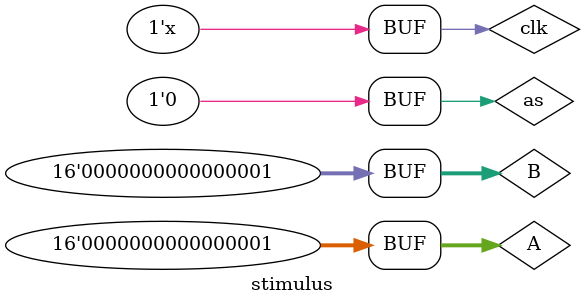
<source format=v>
module stimulus;
   reg [15:0] A, B;
   reg 	     as;
   
   wire [15:0] sum;
   wire       cout;
   reg       clk;
   
   hierarchial_cla adder(sum, cout, A, B, as, clk);
   
   initial
     begin
	$monitor($time, "A = %d, B = %d, as = %b, -> %b, sum = %d %b\n", A, B, as, cout, sum, sum);
     end

   initial
     begin
	clk = 0;
	
	A = 16'd0;
	B = 16'd0;
	as = 0;
	
	#2 A = 16'd16;
	B = 16'd3;

	#4 A = 16'd32768;
	B = 16'd32768;
	as = 1;
	
	#4 A = 16'd33000;
	B = 16'd18000;

	#4 A = 16'd60000;
	B = 16'd33000;

	#4 A = 16'd1200;
	B = 16'd03;
	
	#4 A = 16'd99;
	B = 16'd99;
	as = 0;

	#4 A = 16'd100;
	B = 16'd1;
	as = 1;

	#4 A = 16'd1;
	B = 1;
	as = 0;
	
     end // initial begin

   always
     begin
	#2 clk = ~clk;
     end
   
endmodule // stimulus
</source>
